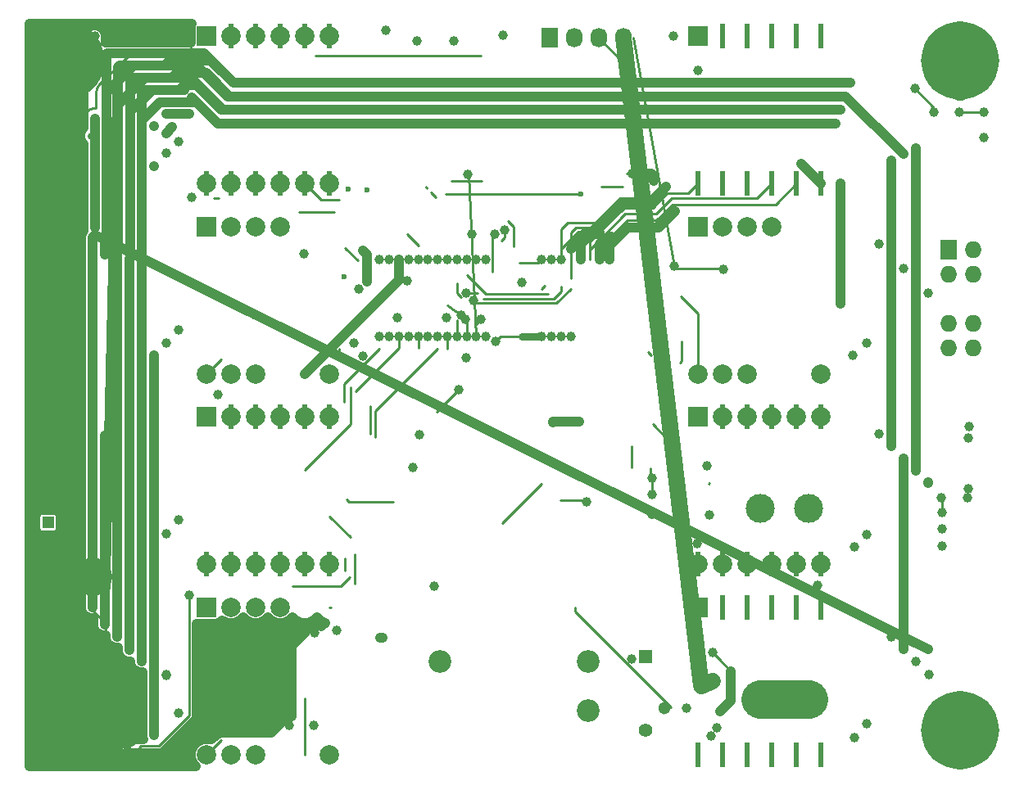
<source format=gbr>
From 0f52be1e7a3083940464a490172118ca44754852 Mon Sep 17 00:00:00 2001
From: jaseg <git@jaseg.net>
Date: Wed, 17 May 2017 11:25:17 +0200
Subject: Release v0.2

---
 hw/chibi/chibi_2024/gerbers/chibi_2024-B.Cu.gbr | 2008 +++++++++++------------
 1 file changed, 936 insertions(+), 1072 deletions(-)

(limited to 'hw/chibi/chibi_2024/gerbers/chibi_2024-B.Cu.gbr')

diff --git a/hw/chibi/chibi_2024/gerbers/chibi_2024-B.Cu.gbr b/hw/chibi/chibi_2024/gerbers/chibi_2024-B.Cu.gbr
index cf6f3e7..656502e 100644
--- a/hw/chibi/chibi_2024/gerbers/chibi_2024-B.Cu.gbr
+++ b/hw/chibi/chibi_2024/gerbers/chibi_2024-B.Cu.gbr
@@ -1,34 +1,33 @@
 G04 #@! TF.FileFunction,Copper,L2,Bot,Signal*
 %FSLAX46Y46*%
 G04 Gerber Fmt 4.6, Leading zero omitted, Abs format (unit mm)*
-G04 Created by KiCad (PCBNEW 4.0.4-1.fc24-product) date Thu May  4 13:36:18 2017*
+G04 Created by KiCad (PCBNEW 4.0.4-1.fc24-product) date Wed May 17 10:11:47 2017*
 %MOMM*%
 %LPD*%
 G01*
 G04 APERTURE LIST*
 %ADD10C,0.100000*%
 %ADD11C,2.349500*%
-%ADD12C,8.600000*%
-%ADD13C,0.700000*%
-%ADD14R,1.727200X1.727200*%
-%ADD15O,1.727200X1.727200*%
-%ADD16R,1.727200X2.032000*%
-%ADD17O,1.727200X2.032000*%
-%ADD18C,1.300000*%
-%ADD19R,1.300000X1.300000*%
-%ADD20R,1.397000X1.397000*%
-%ADD21C,1.397000*%
-%ADD22C,3.000000*%
-%ADD23R,2.032000X2.032000*%
-%ADD24C,2.000000*%
-%ADD25R,0.600000X2.500000*%
+%ADD12R,1.727200X1.727200*%
+%ADD13O,1.727200X1.727200*%
+%ADD14R,1.727200X2.032000*%
+%ADD15O,1.727200X2.032000*%
+%ADD16C,1.300000*%
+%ADD17R,1.300000X1.300000*%
+%ADD18R,1.397000X1.397000*%
+%ADD19C,1.397000*%
+%ADD20C,3.000000*%
+%ADD21C,8.000000*%
+%ADD22R,2.032000X2.032000*%
+%ADD23C,2.000000*%
+%ADD24R,0.600000X2.500000*%
+%ADD25C,1.000000*%
 %ADD26C,0.600000*%
-%ADD27C,1.000000*%
-%ADD28C,0.254000*%
+%ADD27C,0.254000*%
+%ADD28C,1.000000*%
 %ADD29C,0.250000*%
 %ADD30C,0.800000*%
-%ADD31C,1.000000*%
-%ADD32C,4.000000*%
+%ADD31C,4.000000*%
 G04 APERTURE END LIST*
 D10*
 D11*
@@ -41,30 +40,8 @@ X91399360Y-110363000D03*
 X106718100Y-115443000D03*
 X106718100Y-110363000D03*
 D12*
-X145161000Y-117475000D03*
-D13*
-X148386000Y-117475000D03*
-X147441419Y-119755419D03*
-X145161000Y-120700000D03*
-X142880581Y-119755419D03*
-X141936000Y-117475000D03*
-X142880581Y-115194581D03*
-X145161000Y-114250000D03*
-X147441419Y-115194581D03*
-D12*
-X145161000Y-48260000D03*
-D13*
-X148386000Y-48260000D03*
-X147441419Y-50540419D03*
-X145161000Y-51485000D03*
-X142880581Y-50540419D03*
-X141936000Y-48260000D03*
-X142880581Y-45979581D03*
-X145161000Y-45035000D03*
-X147441419Y-45979581D03*
-D14*
 X144018000Y-67818000D03*
-D15*
+D13*
 X146558000Y-67818000D03*
 X144018000Y-70358000D03*
 X146558000Y-70358000D03*
@@ -74,9 +51,9 @@ X144018000Y-75438000D03*
 X146558000Y-75438000D03*
 X144018000Y-77978000D03*
 X146558000Y-77978000D03*
-D16*
+D14*
 X102743000Y-45847000D03*
-D17*
+D15*
 X105283000Y-45847000D03*
 X107823000Y-45847000D03*
 X110363000Y-45847000D03*
@@ -89,38 +66,57 @@ X118400734Y-112898223D01*
 X119601777Y-112400734D01*
 X119601777Y-112400734D01*
 G37*
-D18*
+D16*
 X114630602Y-115163417D03*
-D19*
+D17*
 X50927000Y-96012000D03*
-D18*
+D16*
 X50927000Y-91012000D03*
-D20*
+D18*
 X112649000Y-109855000D03*
-D21*
+D19*
 X112649000Y-117475000D03*
-D22*
+D20*
 X124500000Y-114250000D03*
 X129500000Y-114250000D03*
 X124500000Y-94500000D03*
 X129500000Y-94500000D03*
+D21*
+X145161000Y-117475000D03*
+X145161000Y-48260000D03*
+X52750000Y-48250000D03*
+X52750000Y-117500000D03*
+D22*
+X118110000Y-104775000D03*
 D23*
-X67310000Y-45720000D03*
-D24*
-X69850000Y-45720000D03*
-X72390000Y-45720000D03*
-X74930000Y-45720000D03*
-X77470000Y-45720000D03*
-X80010000Y-45720000D03*
-X74930000Y-60960000D03*
-X77470000Y-60960000D03*
-X67310000Y-60960000D03*
-X69850000Y-60960000D03*
-X80010000Y-60960000D03*
-X72390000Y-60960000D03*
+X120650000Y-104775000D03*
+X123190000Y-104775000D03*
+X125730000Y-104775000D03*
+X128270000Y-104775000D03*
+X130810000Y-104775000D03*
+X125730000Y-120015000D03*
+X128270000Y-120015000D03*
+X118110000Y-120015000D03*
+X120650000Y-120015000D03*
+X130810000Y-120015000D03*
+X123190000Y-120015000D03*
+D22*
+X118110000Y-85090000D03*
 D23*
+X120650000Y-85090000D03*
+X123190000Y-85090000D03*
+X125730000Y-85090000D03*
+X128270000Y-85090000D03*
+X130810000Y-85090000D03*
+X125730000Y-100330000D03*
+X128270000Y-100330000D03*
+X118110000Y-100330000D03*
+X120650000Y-100330000D03*
+X130810000Y-100330000D03*
+X123190000Y-100330000D03*
+D22*
 X118110000Y-65405000D03*
-D24*
+D23*
 X120650000Y-65405000D03*
 X123190000Y-65405000D03*
 X125730000Y-65405000D03*
@@ -132,37 +128,37 @@ X118110000Y-80645000D03*
 X120650000Y-80645000D03*
 X130810000Y-80645000D03*
 X123190000Y-80645000D03*
+D22*
+X118110000Y-45720000D03*
 D23*
-X118110000Y-104775000D03*
-D24*
-X120650000Y-104775000D03*
-X123190000Y-104775000D03*
-X125730000Y-104775000D03*
-X128270000Y-104775000D03*
-X130810000Y-104775000D03*
-X125730000Y-120015000D03*
-X128270000Y-120015000D03*
-X118110000Y-120015000D03*
-X120650000Y-120015000D03*
-X130810000Y-120015000D03*
-X123190000Y-120015000D03*
-D23*
-X67310000Y-85090000D03*
-D24*
-X69850000Y-85090000D03*
-X72390000Y-85090000D03*
-X74930000Y-85090000D03*
-X77470000Y-85090000D03*
-X80010000Y-85090000D03*
-X74930000Y-100330000D03*
-X77470000Y-100330000D03*
-X67310000Y-100330000D03*
-X69850000Y-100330000D03*
-X80010000Y-100330000D03*
-X72390000Y-100330000D03*
+X120650000Y-45720000D03*
+X123190000Y-45720000D03*
+X125730000Y-45720000D03*
+X128270000Y-45720000D03*
+X130810000Y-45720000D03*
+X125730000Y-60960000D03*
+X128270000Y-60960000D03*
+X118110000Y-60960000D03*
+X120650000Y-60960000D03*
+X130810000Y-60960000D03*
+X123190000Y-60960000D03*
+D22*
+X67310000Y-45720000D03*
 D23*
+X69850000Y-45720000D03*
+X72390000Y-45720000D03*
+X74930000Y-45720000D03*
+X77470000Y-45720000D03*
+X80010000Y-45720000D03*
+X74930000Y-60960000D03*
+X77470000Y-60960000D03*
+X67310000Y-60960000D03*
+X69850000Y-60960000D03*
+X80010000Y-60960000D03*
+X72390000Y-60960000D03*
+D22*
 X67310000Y-65405000D03*
-D24*
+D23*
 X69850000Y-65405000D03*
 X72390000Y-65405000D03*
 X74930000Y-65405000D03*
@@ -174,9 +170,23 @@ X67310000Y-80645000D03*
 X69850000Y-80645000D03*
 X80010000Y-80645000D03*
 X72390000Y-80645000D03*
+D22*
+X67310000Y-85090000D03*
 D23*
+X69850000Y-85090000D03*
+X72390000Y-85090000D03*
+X74930000Y-85090000D03*
+X77470000Y-85090000D03*
+X80010000Y-85090000D03*
+X74930000Y-100330000D03*
+X77470000Y-100330000D03*
+X67310000Y-100330000D03*
+X69850000Y-100330000D03*
+X80010000Y-100330000D03*
+X72390000Y-100330000D03*
+D22*
 X67310000Y-104775000D03*
-D24*
+D23*
 X69850000Y-104775000D03*
 X72390000Y-104775000D03*
 X74930000Y-104775000D03*
@@ -188,59 +198,7 @@ X67310000Y-120015000D03*
 X69850000Y-120015000D03*
 X80010000Y-120015000D03*
 X72390000Y-120015000D03*
-D23*
-X118110000Y-85090000D03*
-D24*
-X120650000Y-85090000D03*
-X123190000Y-85090000D03*
-X125730000Y-85090000D03*
-X128270000Y-85090000D03*
-X130810000Y-85090000D03*
-X125730000Y-100330000D03*
-X128270000Y-100330000D03*
-X118110000Y-100330000D03*
-X120650000Y-100330000D03*
-X130810000Y-100330000D03*
-X123190000Y-100330000D03*
-D23*
-X118110000Y-45720000D03*
 D24*
-X120650000Y-45720000D03*
-X123190000Y-45720000D03*
-X125730000Y-45720000D03*
-X128270000Y-45720000D03*
-X130810000Y-45720000D03*
-X125730000Y-60960000D03*
-X128270000Y-60960000D03*
-X118110000Y-60960000D03*
-X120650000Y-60960000D03*
-X130810000Y-60960000D03*
-X123190000Y-60960000D03*
-D25*
-X96178000Y-76771000D03*
-X95178000Y-76771000D03*
-X94178000Y-76771000D03*
-X93178000Y-76771000D03*
-X92178000Y-76771000D03*
-X91178000Y-76771000D03*
-X90178000Y-76771000D03*
-X89178000Y-76771000D03*
-X88178000Y-76771000D03*
-X87178000Y-76771000D03*
-X86178000Y-76771000D03*
-X85178000Y-76771000D03*
-X85178000Y-68771000D03*
-X86178000Y-68771000D03*
-X87178000Y-68771000D03*
-X88178000Y-68771000D03*
-X89178000Y-68771000D03*
-X90178000Y-68771000D03*
-X91178000Y-68771000D03*
-X92178000Y-68771000D03*
-X93178000Y-68771000D03*
-X94178000Y-68771000D03*
-X95178000Y-68771000D03*
-X96178000Y-68771000D03*
 X101942000Y-68771000D03*
 X102942000Y-68771000D03*
 X103942000Y-68771000D03*
@@ -265,21 +223,57 @@ X104942000Y-76771000D03*
 X103942000Y-76771000D03*
 X102942000Y-76771000D03*
 X101942000Y-76771000D03*
+X96178000Y-76771000D03*
+X95178000Y-76771000D03*
+X94178000Y-76771000D03*
+X93178000Y-76771000D03*
+X92178000Y-76771000D03*
+X91178000Y-76771000D03*
+X90178000Y-76771000D03*
+X89178000Y-76771000D03*
+X88178000Y-76771000D03*
+X87178000Y-76771000D03*
+X86178000Y-76771000D03*
+X85178000Y-76771000D03*
+X85178000Y-68771000D03*
+X86178000Y-68771000D03*
+X87178000Y-68771000D03*
+X88178000Y-68771000D03*
+X89178000Y-68771000D03*
+X90178000Y-68771000D03*
+X91178000Y-68771000D03*
+X92178000Y-68771000D03*
+X93178000Y-68771000D03*
+X94178000Y-68771000D03*
+X95178000Y-68771000D03*
+X96178000Y-68771000D03*
+D25*
+X113322100Y-95059500D03*
 D26*
 X81927700Y-61544200D03*
 X105994200Y-62014100D03*
-D27*
-X119634000Y-109474000D03*
+D25*
+X52895000Y-53548000D03*
+X51752000Y-55580000D03*
+X49974000Y-57866000D03*
+X50038000Y-55580000D03*
+X49974000Y-53548000D03*
+X140525000Y-51135000D03*
+X142430000Y-53548000D03*
+X147637000Y-56215000D03*
+X145097000Y-53548000D03*
+X147637000Y-53548000D03*
+X50038000Y-85598000D03*
+X50038000Y-83312000D03*
+X50038000Y-81026000D03*
+X50038000Y-78486000D03*
 X120396000Y-115570000D03*
+X119634000Y-109474000D03*
 X74993500Y-109474000D03*
 X63309500Y-120713500D03*
 X50038000Y-103632000D03*
 X50038000Y-106426000D03*
 X50038000Y-109220000D03*
-X50038000Y-78486000D03*
-X50038000Y-81026000D03*
-X50038000Y-83312000D03*
-X50038000Y-85598000D03*
 X50038000Y-101346000D03*
 X119278400Y-95237300D03*
 X117983000Y-98171000D03*
@@ -287,8 +281,8 @@ X130429000Y-102489000D03*
 X85852000Y-45085000D03*
 X97917000Y-45593000D03*
 X115570000Y-45720000D03*
-X145923000Y-93472000D03*
-X146050000Y-87249000D03*
+X145986000Y-92537000D03*
+X146113000Y-86060000D03*
 X111188500Y-110109000D03*
 X88646000Y-90297000D03*
 X89281000Y-86931500D03*
@@ -299,7 +293,7 @@ X93345000Y-82296000D03*
 X77343000Y-68199000D03*
 D26*
 X81534000Y-70548500D03*
-D27*
+D25*
 X65786000Y-62357000D03*
 X68453000Y-82804000D03*
 X72390000Y-74549000D03*
@@ -316,8 +310,6 @@ X143332200Y-98463100D03*
 X143332200Y-96672400D03*
 X143243300Y-93408500D03*
 X143306800Y-94970600D03*
-X113322100Y-95059500D03*
-X113360200Y-93129100D03*
 X113385600Y-91414600D03*
 X119024400Y-90119200D03*
 X106603800Y-93878400D03*
@@ -355,7 +347,7 @@ X85242400Y-107899200D03*
 X90805000Y-102565200D03*
 X83489800Y-67894200D03*
 X83058000Y-71856600D03*
-D27*
+D25*
 X120700800Y-69773800D03*
 X97205800Y-77241400D03*
 X115646200Y-69469000D03*
@@ -375,25 +367,24 @@ X119430800Y-118110000D03*
 X116865400Y-115163600D03*
 X120015000Y-117221000D03*
 X115697000Y-63792100D03*
-D27*
-X55372000Y-56007000D03*
+D25*
+X55498500Y-101554000D03*
+X55750000Y-54250000D03*
 X141859000Y-91948000D03*
 X141859000Y-72263000D03*
 X141986000Y-111760000D03*
 X118110000Y-49276000D03*
-X55499000Y-104775000D03*
 X55499000Y-85090000D03*
 X55753000Y-65532000D03*
-X55753000Y-45720000D03*
-X56953002Y-51562000D03*
+X56768500Y-104729000D03*
+X63000000Y-48750000D03*
 X56769000Y-86995000D03*
 X56953002Y-63627000D03*
-X57023000Y-47498000D03*
 X140589000Y-90678000D03*
 X140589000Y-70993000D03*
 X140589000Y-110363000D03*
 X120650000Y-50546000D03*
-X56769000Y-106553000D03*
+X63750000Y-50000000D03*
 X58039000Y-88265000D03*
 X58166000Y-67310000D03*
 X139319000Y-89408000D03*
@@ -401,31 +392,30 @@ X139319000Y-69723000D03*
 X139319000Y-109093000D03*
 X123190000Y-51943000D03*
 X58039000Y-107823000D03*
-X58293000Y-48768000D03*
+X59308500Y-73487000D03*
+X64500000Y-51250000D03*
 X59309000Y-89535000D03*
-X59309000Y-76454000D03*
 X138049000Y-88138000D03*
 X138049000Y-68453000D03*
 X138049000Y-107823000D03*
 X125730000Y-53340000D03*
-X59436000Y-50038000D03*
 X59309000Y-109220000D03*
 X59436000Y-68580000D03*
+X65750000Y-52000000D03*
 X136779000Y-86868000D03*
 X136779000Y-67183000D03*
 X136779000Y-106553000D03*
 X128270000Y-54737000D03*
 X60579000Y-110363000D03*
 X60579000Y-90805000D03*
-X60636002Y-51308000D03*
 X60579000Y-69780002D03*
 D26*
 X83858100Y-61633100D03*
-D27*
+D25*
+X61848500Y-80726000D03*
 X61849000Y-98552000D03*
 X61849000Y-117983000D03*
 X61849000Y-59182000D03*
-X61849000Y-78740000D03*
 X135509000Y-97282000D03*
 X135509000Y-77470000D03*
 X135509000Y-116840000D03*
@@ -434,10 +424,10 @@ X64389000Y-115697000D03*
 X64389000Y-95758000D03*
 X64389000Y-76073000D03*
 X64389000Y-56584998D03*
+X63100000Y-111800000D03*
 X63119000Y-97155000D03*
 X63119000Y-57785000D03*
 X63119000Y-77470000D03*
-X63119000Y-111760000D03*
 X134239000Y-98552000D03*
 X134112000Y-78740000D03*
 X134239000Y-118237000D03*
@@ -448,7 +438,7 @@ X78486000Y-107442000D03*
 X80772000Y-107188000D03*
 X75819000Y-116967000D03*
 X78359000Y-116967000D03*
-X59055000Y-119126000D03*
+X59816500Y-119842000D03*
 X82524600Y-77470000D03*
 X65532000Y-103505000D03*
 X83439000Y-78816200D03*
@@ -470,21 +460,25 @@ X97104200Y-66167000D03*
 X94742000Y-66167000D03*
 X99898200Y-71183500D03*
 X98107500Y-65760600D03*
+X94043000Y-75011000D03*
 X112598200Y-60629800D03*
-X93624400Y-74574400D03*
 X94132400Y-72263000D03*
 X86995000Y-74803000D03*
 X94157800Y-78994000D03*
 X113487200Y-60629800D03*
 X94335600Y-59969400D03*
 X95656400Y-75006200D03*
+X114757200Y-61290200D03*
 X94869000Y-73025000D03*
 X92100400Y-74777600D03*
-X114757200Y-61290200D03*
 X89027000Y-46151800D03*
 X92862400Y-46202600D03*
 X88011000Y-70993000D03*
-D28*
+D27*
+X113347500Y-95084900D02*
+X113347500Y-95097600D01*
+X113322100Y-95059500D02*
+X113347500Y-95084900D01*
 X90487500Y-61836300D02*
 X90970100Y-62318900D01*
 X90970100Y-62318900D02*
@@ -503,31 +497,54 @@ X90055700Y-61404500D02*
 X89941400Y-61290200D01*
 X105994200Y-62014100D02*
 X92011500Y-62014100D01*
+X49974000Y-57358000D02*
+X51752000Y-55580000D01*
+X49974000Y-57866000D02*
+X49974000Y-57358000D01*
+X49974000Y-55516000D02*
+X50038000Y-55580000D01*
+X49974000Y-53548000D02*
+X49974000Y-55516000D01*
+X145161000Y-48260000D02*
+X143083000Y-46182000D01*
+X142430000Y-53167000D02*
+X140525000Y-51135000D01*
+X142430000Y-53548000D02*
+X142430000Y-53167000D01*
+X147637000Y-53548000D02*
+X145097000Y-53548000D01*
+D28*
+X50038000Y-50962000D02*
+X50038000Y-78486000D01*
+D27*
+X50038000Y-83312000D02*
+X50038000Y-81026000D01*
+D28*
+X50038000Y-50962000D02*
+X52750000Y-48250000D01*
 D29*
 X50038000Y-85598000D02*
 X50927000Y-86487000D01*
 X50927000Y-86487000D02*
 X50927000Y-91012000D01*
-X120250000Y-110090000D02*
-X121500000Y-111340000D01*
-D28*
+X121500000Y-114466000D02*
+X120396000Y-115570000D01*
+X121500000Y-111340000D02*
+X121500000Y-114466000D01*
+D27*
 X120250000Y-110090000D02*
 X119634000Y-109474000D01*
 D29*
-X121500000Y-111340000D02*
-X121500000Y-114466000D01*
-X121500000Y-114466000D02*
-X120396000Y-115570000D01*
+X120250000Y-110090000D02*
+X121500000Y-111340000D01*
 D30*
-X74993500Y-109474000D02*
-X74549000Y-109474000D01*
 X63309500Y-120713500D02*
 X74549000Y-109474000D01*
-D28*
+X74993500Y-109474000D02*
+X74549000Y-109474000D01*
+D27*
 X50038000Y-103632000D02*
 X50038000Y-106426000D01*
-X50038000Y-83312000D02*
-X50038000Y-81026000D01*
 X49022000Y-86614000D02*
 X50038000Y-85598000D01*
 X49022000Y-100330000D02*
@@ -585,7 +602,7 @@ X106603800Y-93662500D02*
 X103822500Y-93662500D01*
 X101917500Y-92011500D02*
 X97853500Y-96075500D01*
-D28*
+D27*
 X93345000Y-82296000D02*
 X91059000Y-84582000D01*
 X93726000Y-82677000D02*
@@ -667,7 +684,7 @@ X78549500Y-47675800D02*
 X88112600Y-47675800D01*
 X113157000Y-90360500D02*
 X113157000Y-91186000D01*
-D28*
+D27*
 X119240300Y-91922600D02*
 X119202200Y-91960700D01*
 X119202200Y-91960700D02*
@@ -679,11 +696,7 @@ X143306800Y-93472000D02*
 X143243300Y-93408500D01*
 X143306800Y-94970600D02*
 X143306800Y-93472000D01*
-D28*
-X113347500Y-95084900D02*
-X113347500Y-95097600D01*
-X113322100Y-95059500D02*
-X113347500Y-95084900D01*
+D27*
 X113360200Y-91440000D02*
 X113360200Y-93129100D01*
 X113385600Y-91414600D02*
@@ -725,7 +738,7 @@ X99593400Y-69113400D02*
 X101599600Y-69113400D01*
 X101599600Y-69113400D02*
 X101942000Y-68771000D01*
-D28*
+D27*
 X88112600Y-47675800D02*
 X95656400Y-47675800D01*
 X116255800Y-79451200D02*
@@ -749,7 +762,7 @@ X115290600Y-115109000D02*
 X105359200Y-105177600D01*
 X105359200Y-105177600D02*
 X105359200Y-104749600D01*
-D28*
+D27*
 X81000600Y-78384400D02*
 X81000600Y-78003400D01*
 X85775800Y-73228200D02*
@@ -769,7 +782,7 @@ X86563200Y-93853000D02*
 X81991200Y-93853000D01*
 X81991200Y-93853000D02*
 X81762600Y-93624400D01*
-D28*
+D27*
 X110083600Y-48107600D02*
 X107823000Y-45847000D01*
 X113538000Y-48107600D02*
@@ -832,7 +845,7 @@ X116408200Y-79298800D02*
 X116255800Y-79451200D01*
 X116408200Y-77241400D02*
 X116408200Y-79298800D01*
-D31*
+D28*
 X85471000Y-107899200D02*
 X85242400Y-107899200D01*
 X90805000Y-102565200D02*
@@ -844,7 +857,7 @@ X83870800Y-68275200D02*
 X83870800Y-71043800D01*
 X83489800Y-67894200D02*
 X83870800Y-68275200D01*
-D28*
+D27*
 X120650000Y-69723000D02*
 X117170200Y-69723000D01*
 X120700800Y-69773800D02*
@@ -854,7 +867,7 @@ X99898200Y-76771000D02*
 X97676200Y-76771000D01*
 X97676200Y-76771000D02*
 X97205800Y-77241400D01*
-D28*
+D27*
 X115900200Y-69723000D02*
 X117170200Y-69723000D01*
 X115646200Y-69469000D02*
@@ -866,12 +879,12 @@ X111404400Y-45847000D01*
 D30*
 X101942000Y-76771000D02*
 X99898200Y-76771000D01*
-D31*
+D28*
 X103073200Y-85623400D02*
 X103124000Y-85572600D01*
 X103124000Y-85572600D02*
 X105816400Y-85572600D01*
-D28*
+D27*
 X108077000Y-61239400D02*
 X110299500Y-61239400D01*
 X110299500Y-61239400D02*
@@ -1089,7 +1102,7 @@ X112942000Y-78398000D02*
 X113284000Y-78740000D01*
 X115900200Y-88341200D02*
 X113411000Y-85852000D01*
-D28*
+D27*
 X112942000Y-68771000D02*
 X112942000Y-70244600D01*
 X125577600Y-70637400D02*
@@ -1147,70 +1160,111 @@ X116332000Y-72644000D02*
 X118110000Y-74422000D01*
 X118110000Y-74422000D02*
 X118110000Y-80645000D01*
-D28*
-X114033300Y-65455800D02*
-X111201200Y-65455800D01*
+X110807000Y-65486000D02*
+X113855000Y-65486000D01*
+X113855000Y-65486000D02*
+X114236000Y-65105000D01*
+X109219500Y-67073500D02*
+X110807000Y-65486000D01*
+X108942000Y-67351000D02*
+X108942000Y-68771000D01*
+X109219500Y-67073500D02*
+X108942000Y-67351000D01*
 X115697000Y-63792100D02*
-X114033300Y-65455800D01*
+X115548900Y-63792100D01*
+X115548900Y-63792100D02*
+X114236000Y-65105000D01*
+D27*
 X108942000Y-68771000D02*
 X108942000Y-67715000D01*
-X108942000Y-67715000D02*
-X111201200Y-65455800D01*
+D29*
+X106942000Y-68771000D02*
+X106942000Y-66938000D01*
+X107378000Y-66502000D02*
+X108173800Y-66502000D01*
+X106942000Y-66938000D02*
+X107378000Y-66502000D01*
+D27*
 X110591600Y-64084200D02*
 X113751006Y-64084200D01*
+D29*
+X115351206Y-62484000D02*
+X124206000Y-62484000D01*
+X124206000Y-62484000D02*
+X125730000Y-60960000D01*
+D27*
+X110591600Y-64084200D02*
+X108173800Y-66502000D01*
 X113751006Y-64084200D02*
 X115351206Y-62484000D01*
-X110591600Y-64084200D02*
-X106942000Y-67733800D01*
 X106942000Y-67733800D02*
 X106942000Y-68771000D01*
 D29*
-X124206000Y-62484000D02*
-X125730000Y-60960000D01*
-X115351206Y-62484000D02*
-X124206000Y-62484000D01*
-D28*
+X107942000Y-67208000D02*
+X107942000Y-68771000D01*
+X108140000Y-67010000D02*
+X107942000Y-67208000D01*
+X108267000Y-67010000D02*
+X108140000Y-67010000D01*
+X108529400Y-67010000D02*
+X108267000Y-67010000D01*
+X109096700Y-66442700D02*
+X108529400Y-67010000D01*
+D27*
+X109096700Y-66442700D02*
+X110769400Y-64770000D01*
 X110769400Y-64770000D02*
 X113792000Y-64770000D01*
 X113792000Y-64770000D02*
 X115443000Y-63119000D01*
 X107942000Y-68771000D02*
 X107942000Y-67597400D01*
-X107942000Y-67597400D02*
-X110769400Y-64770000D01*
 D29*
 X128270000Y-60960000D02*
 X126111000Y-63119000D01*
 X126111000Y-63119000D02*
 X115443000Y-63119000D01*
-D28*
+X105942000Y-67264000D02*
+X105942000Y-66541000D01*
+X106489000Y-65994000D02*
+X107919800Y-65994000D01*
+X105942000Y-66541000D02*
+X106489000Y-65994000D01*
+X105942000Y-68771000D02*
+X105942000Y-67264000D01*
+D27*
 X110972600Y-63474600D02*
 X110439200Y-63474600D01*
-X107035600Y-66878200D02*
-X106705400Y-66878200D01*
 X110439200Y-63474600D02*
-X107035600Y-66878200D01*
+X107919800Y-65994000D01*
 X110972600Y-63474600D02*
 X113411000Y-63474600D01*
 X113411000Y-63474600D02*
 X114909600Y-61976000D01*
-X105942000Y-68771000D02*
-X105942000Y-67641600D01*
-X105942000Y-67641600D02*
-X106705400Y-66878200D01*
 D29*
 X118110000Y-60960000D02*
 X117094000Y-61976000D01*
 X117094000Y-61976000D02*
 X114909600Y-61976000D01*
+D27*
+X105942000Y-68771000D02*
+X105942000Y-67641600D01*
 D30*
-X55372000Y-56007000D02*
-X55753000Y-56007000D01*
-X55753000Y-56007000D02*
-X55372000Y-56007000D01*
-X55372000Y-56007000D02*
-X55753000Y-56007000D01*
-D31*
+X55498500Y-101554000D02*
+X55499000Y-101554000D01*
+X55499000Y-101554000D02*
+X55498500Y-101554000D01*
+X55498500Y-101554000D02*
+X55499000Y-101554000D01*
+D28*
+X55750000Y-54250000D02*
+X55753000Y-54250000D01*
+X55750000Y-57500000D02*
+X55753000Y-57500000D01*
+X55753000Y-57500000D02*
+X55750000Y-57500000D01*
+X55750000Y-57500000D02*
+X55753000Y-57500000D01*
 X141859000Y-91948000D02*
 X141859000Y-91821000D01*
 X141859000Y-109093000D02*
@@ -1240,15 +1294,41 @@ X55753000Y-66294000D01*
 X55499000Y-66548000D02*
 X55499000Y-85090000D01*
 X55499000Y-85090000D02*
-X55499000Y-104775000D01*
+X55499000Y-101554000D01*
 X55753000Y-66294000D02*
 X55499000Y-66548000D01*
-X55753000Y-45720000D02*
+X55753000Y-54250000D02*
 X55753000Y-54864000D01*
 X55753000Y-54864000D02*
 X55753000Y-56007000D01*
 X55753000Y-56007000D02*
+X55753000Y-57500000D01*
+X55753000Y-57500000D02*
 X55753000Y-65532000D01*
+X56768500Y-104729000D02*
+X56769000Y-104729000D01*
+X56769000Y-104729000D02*
+X56768500Y-104729000D01*
+X56768500Y-104729000D02*
+X56769000Y-104729000D01*
+X67750000Y-48250000D02*
+X63500000Y-48250000D01*
+X63500000Y-48250000D02*
+X63000000Y-48750000D01*
+X72000000Y-50546000D02*
+X70046000Y-50546000D01*
+X70046000Y-50546000D02*
+X67750000Y-48250000D01*
+X56953002Y-51562000D02*
+X59765002Y-48750000D01*
+X56953002Y-51562000D02*
+X56953002Y-53000000D01*
+X56953002Y-53000000D02*
+X56953002Y-63627000D01*
+X59765002Y-48750000D02*
+X63000000Y-48750000D01*
+X120650000Y-50546000D02*
+X72000000Y-50546000D01*
 X56953002Y-63627000D02*
 X56953002Y-66871998D01*
 X56769000Y-68326000D02*
@@ -1257,12 +1337,6 @@ X56769000Y-67056000D02*
 X56769000Y-68326000D01*
 X56953002Y-66871998D02*
 X56769000Y-67056000D01*
-X56953002Y-47567998D02*
-X56953002Y-51562000D01*
-X56953002Y-51562000D02*
-X56953002Y-63627000D01*
-X57023000Y-47498000D02*
-X56953002Y-47567998D01*
 X133858000Y-50546000D02*
 X120650000Y-50546000D01*
 X140589000Y-57277000D02*
@@ -1273,20 +1347,28 @@ X140589000Y-90678000D02*
 X140589000Y-70993000D01*
 X140589000Y-70993000D02*
 X140589000Y-57277000D01*
-X57023000Y-47498000D02*
-X67056000Y-47498000D01*
-X120650000Y-50546000D02*
-X70104000Y-50546000D01*
-X67056000Y-47498000D02*
-X70104000Y-50546000D01*
 X56769000Y-86995000D02*
-X56769000Y-106553000D01*
-X58293000Y-48768000D02*
-X58166000Y-48895000D01*
+X56769000Y-104729000D01*
 X58166000Y-67310000D02*
-X58166000Y-64135000D01*
+X58039000Y-67437000D01*
+X58039000Y-67437000D02*
+X58039000Y-88265000D01*
+X67250000Y-49500000D02*
+X64250000Y-49500000D01*
+X64250000Y-49500000D02*
+X63750000Y-50000000D01*
+X123190000Y-51943000D02*
+X69693000Y-51943000D01*
+X69693000Y-51943000D02*
+X67250000Y-49500000D01*
+X60916000Y-50000000D02*
+X58166000Y-52750000D01*
 X58166000Y-64135000D02*
-X58166000Y-48895000D01*
+X58166000Y-52750000D01*
+X58166000Y-67310000D02*
+X58166000Y-64135000D01*
+X63750000Y-50000000D02*
+X60916000Y-50000000D01*
 X133350000Y-51943000D02*
 X139319000Y-57912000D01*
 X139319000Y-57912000D02*
@@ -1297,22 +1379,36 @@ X139319000Y-89408000D02*
 X139319000Y-109093000D01*
 X123190000Y-51943000D02*
 X133350000Y-51943000D01*
-X69469000Y-51943000D02*
-X123190000Y-51943000D01*
-X66294000Y-48768000D02*
-X69469000Y-51943000D01*
 X58039000Y-88265000D02*
 X58039000Y-107823000D01*
-X61849000Y-48768000D02*
-X66294000Y-48768000D01*
-X58293000Y-48768000D02*
-X61849000Y-48768000D01*
-X58166000Y-67310000D02*
-X58039000Y-67437000D01*
-X58039000Y-67437000D02*
-X58039000Y-88265000D01*
-X59309000Y-76454000D02*
-X59309000Y-89535000D01*
+X59436000Y-68580000D02*
+X59308500Y-68707500D01*
+X59308500Y-68707500D02*
+X59308500Y-73487000D01*
+X59309000Y-74376000D02*
+X59309000Y-76454000D01*
+X59308500Y-73487000D02*
+X59309000Y-73487000D01*
+X59309000Y-73487000D02*
+X59309000Y-73169500D01*
+X59309000Y-89535000D02*
+X59309000Y-76454000D01*
+X59309000Y-73169500D02*
+X59309000Y-74376000D01*
+X66250000Y-50750000D02*
+X65000000Y-50750000D01*
+X65000000Y-50750000D02*
+X64500000Y-51250000D01*
+X125730000Y-53340000D02*
+X68840000Y-53340000D01*
+X68840000Y-53340000D02*
+X66250000Y-50750000D01*
+X61686000Y-51250000D02*
+X59436000Y-53500000D01*
+X59436000Y-53500000D02*
+X59436000Y-68580000D01*
+X64500000Y-51250000D02*
+X61686000Y-51250000D01*
 X132842000Y-53340000D02*
 X125730000Y-53340000D01*
 X138049000Y-58547000D02*
@@ -1323,22 +1419,26 @@ X138049000Y-88138000D02*
 X138049000Y-68453000D01*
 X138049000Y-68453000D02*
 X138049000Y-58547000D01*
-X117856000Y-53340000D02*
-X68961000Y-53340000D01*
-X125730000Y-53340000D02*
-X117856000Y-53340000D01*
-X65659000Y-50038000D02*
-X59436000Y-50038000D01*
-X68961000Y-53340000D02*
-X65659000Y-50038000D01*
-X59436000Y-68580000D02*
-X59309000Y-68707000D01*
-X59436000Y-50038000D02*
-X59436000Y-68580000D01*
 X59309000Y-89535000D02*
 X59309000Y-109220000D01*
-X59309000Y-68707000D02*
-X59309000Y-76454000D01*
+X60750000Y-54250000D02*
+X62479002Y-52520998D01*
+X66236998Y-52520998D02*
+X66216000Y-52500000D01*
+X62479002Y-52520998D02*
+X66236998Y-52520998D01*
+D30*
+X66858000Y-53142000D02*
+X66216000Y-52500000D01*
+X60750000Y-54250000D02*
+X60636002Y-54363998D01*
+X65750000Y-52000000D02*
+X65733000Y-52017000D01*
+X65733000Y-52017000D02*
+X65750000Y-52000000D01*
+X65750000Y-52000000D02*
+X65750000Y-52034000D01*
+D28*
 X132334000Y-54737000D02*
 X128270000Y-54737000D01*
 X136779000Y-59182000D02*
@@ -1353,23 +1453,23 @@ X128270000Y-54737000D02*
 X128016000Y-54737000D01*
 X128016000Y-54737000D02*
 X125730000Y-54737000D01*
-X60636002Y-51308000D02*
-X65024000Y-51308000D01*
 X68453000Y-54737000D02*
 X125730000Y-54737000D01*
 X125730000Y-54737000D02*
 X128016000Y-54737000D01*
-X65024000Y-51308000D02*
+X65750000Y-52034000D02*
+X66858000Y-53142000D01*
+X66858000Y-53142000D02*
 X68453000Y-54737000D01*
 X60579000Y-90805000D02*
 X60579000Y-110363000D01*
 X60579000Y-69780002D02*
 X60579000Y-90805000D01*
 X60636002Y-69723000D02*
-X60636002Y-51308000D01*
+X60636002Y-54363998D01*
 X60579000Y-69780002D02*
 X60636002Y-69723000D01*
-D28*
+D27*
 X83858100Y-61633100D02*
 X83794600Y-61633100D01*
 X83794600Y-61633100D02*
@@ -1417,7 +1517,7 @@ X79121000Y-62611000D02*
 X77470000Y-60960000D01*
 X81026000Y-62611000D02*
 X79121000Y-62611000D01*
-D28*
+D27*
 X68580000Y-62484000D02*
 X68072000Y-62484000D01*
 X68072000Y-62484000D02*
@@ -1441,7 +1541,13 @@ X89178000Y-67334000D02*
 X88011000Y-66167000D01*
 X76835000Y-63881000D02*
 X80518000Y-63881000D01*
-D31*
+D28*
+X61848500Y-80726000D02*
+X61849000Y-80726000D01*
+X61849000Y-80726000D02*
+X61848500Y-80726000D01*
+X61848500Y-80726000D02*
+X61849000Y-80726000D01*
 X61836004Y-59182000D02*
 X61849000Y-59182000D01*
 X61836004Y-55003996D02*
@@ -1451,6 +1557,8 @@ X61836004Y-55003996D01*
 X65532000Y-53721000D02*
 X63119000Y-53721000D01*
 X61849000Y-78740000D02*
+X61849000Y-80726000D01*
+X61849000Y-80726000D02*
 X61849000Y-98552000D01*
 X61849000Y-98552000D02*
 X61849000Y-117983000D01*
@@ -1518,6 +1626,12 @@ X132842000Y-60960000D02*
 X132842000Y-73406000D01*
 X128778000Y-58928000D02*
 X130810000Y-60960000D01*
+D30*
+X63100000Y-111779000D02*
+X63119000Y-111760000D01*
+X63100000Y-111800000D02*
+X63100000Y-111779000D01*
+D28*
 X63119000Y-55753000D02*
 X63754000Y-55118000D01*
 X63119000Y-57785000D02*
@@ -1583,7 +1697,7 @@ X87178000Y-68771000D02*
 X87178000Y-70937000D01*
 X87178000Y-70937000D02*
 X77470000Y-80645000D01*
-D28*
+D27*
 X67310000Y-80645000D02*
 X68834000Y-79121000D01*
 X75692000Y-79121000D02*
@@ -1605,7 +1719,7 @@ X85178000Y-78017000D02*
 X81534000Y-81661000D01*
 X81534000Y-81661000D02*
 X81534000Y-83566000D01*
-D28*
+D27*
 X81622900Y-101003100D02*
 X81622900Y-99733100D01*
 X77924002Y-90858998D02*
@@ -1627,7 +1741,7 @@ X82677000Y-82423000D02*
 X87178000Y-77922000D01*
 X87178000Y-77922000D02*
 X87178000Y-76771000D01*
-D28*
+D27*
 X82169000Y-85852000D02*
 X77470000Y-90551000D01*
 X77470000Y-90551000D02*
@@ -1643,7 +1757,7 @@ X82169000Y-82042000D02*
 X82169000Y-82804000D01*
 X82169000Y-82804000D02*
 X82169000Y-85852000D01*
-D28*
+D27*
 X76327000Y-102616000D02*
 X76200000Y-102616000D01*
 X75438000Y-101854000D02*
@@ -1673,7 +1787,7 @@ X81153000Y-102616000D02*
 X76327000Y-102616000D01*
 X82092800Y-101676200D02*
 X81153000Y-102616000D01*
-D28*
+D27*
 X82600800Y-102311200D02*
 X82600800Y-99237800D01*
 X83718400Y-86233000D02*
@@ -1701,7 +1815,7 @@ X89178000Y-76771000D02*
 X89178000Y-77954000D01*
 X80137000Y-104775000D02*
 X80010000Y-104775000D01*
-D28*
+D27*
 X82176056Y-97528944D02*
 X79984600Y-95337488D01*
 X79984600Y-91897200D02*
@@ -1739,7 +1853,7 @@ X91178000Y-77986000D02*
 X84709000Y-84455000D01*
 X84709000Y-84455000D02*
 X84709000Y-87172800D01*
-D28*
+D27*
 X84201000Y-86334600D02*
 X84201000Y-86791800D01*
 X82550000Y-104343200D02*
@@ -1769,7 +1883,7 @@ X84201000Y-83947000D02*
 X84201000Y-86334600D01*
 X77470000Y-114173000D02*
 X77470000Y-120015000D01*
-D28*
+D27*
 X67310000Y-120015000D02*
 X68834000Y-118491000D01*
 X74295000Y-118491000D02*
@@ -1801,13 +1915,17 @@ X92178000Y-76771000D02*
 X92178000Y-78002000D01*
 X67310000Y-119507000D02*
 X67310000Y-120015000D01*
-X59055000Y-119126000D02*
+D27*
+X60532500Y-119126000D02*
 X62357000Y-119126000D01*
+X59816500Y-119842000D02*
+X60532500Y-119126000D01*
+D29*
 X62357000Y-119126000D02*
 X65532000Y-115951000D01*
 X65532000Y-115951000D02*
 X65532000Y-114935000D01*
-D28*
+D27*
 X83439000Y-78816200D02*
 X83439000Y-78384400D01*
 X83439000Y-78384400D02*
@@ -1819,7 +1937,7 @@ X65532000Y-103505000D02*
 X65532000Y-114935000D01*
 X65532000Y-114935000D02*
 X65532000Y-115316000D01*
-D28*
+D27*
 X82956400Y-68910200D02*
 X81635600Y-67589400D01*
 X81635600Y-67589400D02*
@@ -1839,7 +1957,7 @@ X99060000Y-65430400D02*
 X98412300Y-64782700D01*
 X99060000Y-67398900D02*
 X99060000Y-65430400D01*
-D28*
+D27*
 X95707200Y-60655200D02*
 X92608400Y-60655200D01*
 X92608400Y-60655200D02*
@@ -1879,7 +1997,7 @@ X93178000Y-71221600D02*
 X93178000Y-72223000D01*
 X93178000Y-72223000D02*
 X93624400Y-72669400D01*
-D28*
+D27*
 X111232950Y-88068150D02*
 X111232950Y-90303350D01*
 X111232950Y-88068150D02*
@@ -1939,7 +2057,7 @@ X102235000Y-71533598D02*
 X101911998Y-71856600D01*
 X96812100Y-68211700D02*
 X96812100Y-66459100D01*
-D28*
+D27*
 X96812100Y-70104000D02*
 X96812100Y-68211700D01*
 D29*
@@ -1965,6 +2083,22 @@ X97739200Y-66878200D02*
 X98107500Y-66509900D01*
 X98107500Y-66509900D02*
 X98107500Y-65760600D01*
+D27*
+X94043000Y-75011000D02*
+X94052000Y-75002000D01*
+X94052000Y-75002000D02*
+X94043000Y-75011000D01*
+X94043000Y-75011000D02*
+X94043000Y-74993000D01*
+D29*
+X103942000Y-66629000D02*
+X103942000Y-65620000D01*
+X104584000Y-64978000D02*
+X107513400Y-64978000D01*
+X103942000Y-65620000D02*
+X104584000Y-64978000D01*
+X103942000Y-68771000D02*
+X103942000Y-66629000D01*
 X103942000Y-71615300D02*
 X103942000Y-72087198D01*
 X95910400Y-72821800D02*
@@ -1973,23 +2107,19 @@ X103207398Y-72821800D02*
 X95910400Y-72821800D01*
 X103942000Y-72087198D02*
 X103207398Y-72821800D01*
-D28*
+D27*
 X110845600Y-62458600D02*
 X110032800Y-62458600D01*
-X106578400Y-65913000D02*
-X105689400Y-65913000D01*
-X110032800Y-62458600D02*
-X106578400Y-65913000D01*
-X112598200Y-61925200D02*
-X112598200Y-60629800D01*
-X112064800Y-62458600D02*
-X112598200Y-61925200D01*
 X110845600Y-62458600D02*
 X112064800Y-62458600D01*
+X112064800Y-62458600D02*
+X112598200Y-61925200D01*
+X112598200Y-61925200D02*
+X112598200Y-60629800D01*
+X110032800Y-62458600D02*
+X107513400Y-64978000D01*
 X103942000Y-68771000D02*
 X103942000Y-67660400D01*
-X103942000Y-67660400D02*
-X105689400Y-65913000D01*
 X95351600Y-72263000D02*
 X94132400Y-72263000D01*
 X93624400Y-74574400D02*
@@ -1999,6 +2129,8 @@ X92151200Y-73507600D01*
 X94178000Y-76771000D02*
 X94178000Y-75128000D01*
 X94178000Y-75128000D02*
+X94043000Y-74993000D01*
+X94043000Y-74993000D02*
 X93624400Y-74574400D01*
 D29*
 X88290400Y-73507600D02*
@@ -2013,11 +2145,15 @@ X94157800Y-76791200D02*
 X94178000Y-76771000D01*
 X94107000Y-76700000D02*
 X94178000Y-76771000D01*
-D28*
-X111277400Y-59944000D02*
-X112801400Y-59944000D01*
 X112801400Y-59944000D02*
+X113266000Y-59944000D01*
+X113487200Y-60165200D02*
 X113487200Y-60629800D01*
+X113266000Y-59944000D02*
+X113487200Y-60165200D01*
+D27*
+X111277400Y-59944000D02*
+X112801400Y-59944000D01*
 X111277400Y-59944000D02*
 X110693200Y-59944000D01*
 X95178000Y-76771000D02*
@@ -2029,6 +2165,26 @@ X94361000Y-59944000D01*
 X95178000Y-75484600D02*
 X95656400Y-75006200D01*
 D29*
+X104942000Y-66629000D02*
+X104942000Y-66017000D01*
+X105473000Y-65486000D02*
+X107716600Y-65486000D01*
+X104942000Y-66017000D02*
+X105473000Y-65486000D01*
+X104942000Y-67391000D02*
+X104942000Y-66629000D01*
+X104942000Y-68771000D02*
+X104942000Y-67391000D01*
+D27*
+X110591600Y-62966600D02*
+X110236000Y-62966600D01*
+X110236000Y-62966600D02*
+X107716600Y-65486000D01*
+X114757200Y-61290200D02*
+X113080800Y-62966600D01*
+X113080800Y-62966600D02*
+X110591600Y-62966600D01*
+D29*
 X103454200Y-73291700D02*
 X104940100Y-71805800D01*
 X104940100Y-70713600D02*
@@ -2039,19 +2195,7 @@ X94869000Y-73025000D02*
 X95135700Y-73291700D01*
 X95135700Y-73291700D02*
 X103454200Y-73291700D01*
-D28*
-X110591600Y-62966600D02*
-X110236000Y-62966600D01*
-X106807000Y-66395600D02*
-X106273600Y-66395600D01*
-X110236000Y-62966600D02*
-X106807000Y-66395600D01*
-X114757200Y-61290200D02*
-X113080800Y-62966600D01*
-X113080800Y-62966600D02*
-X110591600Y-62966600D01*
-X106273600Y-66395600D02*
-X104942000Y-67727200D01*
+D27*
 X104942000Y-67727200D02*
 X104942000Y-68771000D01*
 X104942000Y-67574800D02*
@@ -2059,7 +2203,7 @@ X104942000Y-68771000D01*
 D29*
 X104942000Y-70713600D02*
 X104942000Y-68771000D01*
-D28*
+D27*
 X93178000Y-76771000D02*
 X93178000Y-75042400D01*
 X92913200Y-74777600D02*
@@ -2097,423 +2241,10 @@ X96126300Y-72339200D02*
 X102603300Y-72339200D01*
 X94178000Y-70390900D02*
 X96126300Y-72339200D01*
-D32*
+D31*
 X129500000Y-114250000D02*
 X124500000Y-114250000D01*
-D28*
-G36*
-X65697569Y-44452110D02*
-X65646560Y-44704000D01*
-X65646560Y-46363000D01*
-X57023990Y-46363000D01*
-X56888000Y-46362881D01*
-X56888000Y-45720991D01*
-X56888197Y-45495225D01*
-X56715767Y-45077914D01*
-X56396765Y-44758355D01*
-X55979756Y-44585197D01*
-X55528225Y-44584803D01*
-X55110914Y-44757233D01*
-X54791355Y-45076235D01*
-X54618197Y-45493244D01*
-X54617803Y-45944775D01*
-X54618000Y-45945252D01*
-X54618000Y-47303123D01*
-X54362384Y-46684485D01*
-X53579635Y-45900369D01*
-X52556401Y-45475485D01*
-X51448460Y-45474518D01*
-X50424485Y-45897616D01*
-X49640369Y-46680365D01*
-X49215485Y-47703599D01*
-X49214518Y-48811540D01*
-X49637616Y-49835515D01*
-X50420365Y-50619631D01*
-X51443599Y-51044515D01*
-X52551540Y-51045482D01*
-X53575515Y-50622384D01*
-X54359631Y-49839635D01*
-X54618000Y-49217414D01*
-X54618000Y-55155952D01*
-X54410355Y-55363235D01*
-X54237197Y-55780244D01*
-X54236803Y-56231775D01*
-X54409233Y-56649086D01*
-X54618000Y-56858218D01*
-X54618000Y-65531010D01*
-X54617803Y-65756775D01*
-X54618000Y-65757252D01*
-X54618000Y-65862819D01*
-X54450397Y-66113654D01*
-X54364000Y-66548000D01*
-X54364000Y-85089010D01*
-X54363803Y-85314775D01*
-X54364000Y-85315252D01*
-X54364000Y-104774010D01*
-X54363803Y-104999775D01*
-X54536233Y-105417086D01*
-X54855235Y-105736645D01*
-X55272244Y-105909803D01*
-X55634000Y-105910119D01*
-X55634000Y-106552010D01*
-X55633803Y-106777775D01*
-X55806233Y-107195086D01*
-X56125235Y-107514645D01*
-X56542244Y-107687803D01*
-X56904000Y-107688119D01*
-X56904000Y-107822010D01*
-X56903803Y-108047775D01*
-X57076233Y-108465086D01*
-X57395235Y-108784645D01*
-X57812244Y-108957803D01*
-X58174000Y-108958119D01*
-X58174000Y-109219010D01*
-X58173803Y-109444775D01*
-X58346233Y-109862086D01*
-X58665235Y-110181645D01*
-X59082244Y-110354803D01*
-X59444000Y-110355119D01*
-X59444000Y-110362010D01*
-X59443803Y-110587775D01*
-X59616233Y-111005086D01*
-X59935235Y-111324645D01*
-X60352244Y-111497803D01*
-X60714000Y-111498119D01*
-X60714000Y-117982010D01*
-X60713803Y-118207775D01*
-X60779180Y-118366000D01*
-X59617463Y-118366000D01*
-X59585327Y-118333808D01*
-X59241799Y-118191162D01*
-X58869833Y-118190838D01*
-X58526057Y-118332883D01*
-X58262808Y-118595673D01*
-X58120162Y-118939201D01*
-X58119838Y-119311167D01*
-X58261883Y-119654943D01*
-X58524673Y-119918192D01*
-X58868201Y-120060838D01*
-X59240167Y-120061162D01*
-X59583943Y-119919117D01*
-X59617118Y-119886000D01*
-X62357000Y-119886000D01*
-X62647839Y-119828148D01*
-X62894401Y-119663401D01*
-X66069401Y-116488401D01*
-X66234148Y-116241839D01*
-X66292000Y-115951000D01*
-X66292000Y-106438035D01*
-X66294000Y-106438440D01*
-X68326000Y-106438440D01*
-X68561317Y-106394162D01*
-X68777441Y-106255090D01*
-X68874899Y-106112456D01*
-X68922637Y-106160278D01*
-X69523352Y-106409716D01*
-X70173795Y-106410284D01*
-X70774943Y-106161894D01*
-X71120199Y-105817241D01*
-X71462637Y-106160278D01*
-X72063352Y-106409716D01*
-X72713795Y-106410284D01*
-X73314943Y-106161894D01*
-X73660199Y-105817241D01*
-X74002637Y-106160278D01*
-X74603352Y-106409716D01*
-X75253795Y-106410284D01*
-X75854943Y-106161894D01*
-X76200199Y-105817241D01*
-X76542637Y-106160278D01*
-X77143352Y-106409716D01*
-X77793795Y-106410284D01*
-X78394943Y-106161894D01*
-X78740199Y-105817241D01*
-X79082637Y-106160278D01*
-X79525166Y-106344032D01*
-X79117770Y-106751428D01*
-X79016327Y-106649808D01*
-X78672799Y-106507162D01*
-X78300833Y-106506838D01*
-X77957057Y-106648883D01*
-X77693808Y-106911673D01*
-X77551162Y-107255201D01*
-X77551121Y-107302077D01*
-X76297599Y-108555599D01*
-X76132852Y-108802161D01*
-X76075000Y-109093000D01*
-X76075000Y-116060897D01*
-X76005799Y-116032162D01*
-X75633833Y-116031838D01*
-X75290057Y-116173883D01*
-X75026808Y-116436673D01*
-X74884162Y-116780201D01*
-X74884124Y-116824246D01*
-X73979370Y-117729000D01*
-X68834000Y-117729000D01*
-X68542395Y-117787004D01*
-X68295184Y-117952185D01*
-X67799474Y-118447895D01*
-X67636648Y-118380284D01*
-X66986205Y-118379716D01*
-X66385057Y-118628106D01*
-X65924722Y-119087637D01*
-X65675284Y-119688352D01*
-X65674716Y-120338795D01*
-X65923106Y-120939943D01*
-X66192691Y-121210000D01*
-X48970000Y-121210000D01*
-X48970000Y-118026540D01*
-X49214518Y-118026540D01*
-X49637616Y-119050515D01*
-X50420365Y-119834631D01*
-X51443599Y-120259515D01*
-X52551540Y-120260482D01*
-X53575515Y-119837384D01*
-X54359631Y-119054635D01*
-X54784515Y-118031401D01*
-X54785482Y-116923460D01*
-X54362384Y-115899485D01*
-X53579635Y-115115369D01*
-X52556401Y-114690485D01*
-X51448460Y-114689518D01*
-X50424485Y-115112616D01*
-X49640369Y-115895365D01*
-X49215485Y-116918599D01*
-X49214518Y-118026540D01*
-X48970000Y-118026540D01*
-X48970000Y-95362000D01*
-X49629560Y-95362000D01*
-X49629560Y-96662000D01*
-X49673838Y-96897317D01*
-X49812910Y-97113441D01*
-X50025110Y-97258431D01*
-X50277000Y-97309440D01*
-X51577000Y-97309440D01*
-X51812317Y-97265162D01*
-X52028441Y-97126090D01*
-X52173431Y-96913890D01*
-X52224440Y-96662000D01*
-X52224440Y-95362000D01*
-X52180162Y-95126683D01*
-X52041090Y-94910559D01*
-X51828890Y-94765569D01*
-X51577000Y-94714560D01*
-X50277000Y-94714560D01*
-X50041683Y-94758838D01*
-X49825559Y-94897910D01*
-X49680569Y-95110110D01*
-X49629560Y-95362000D01*
-X48970000Y-95362000D01*
-X48970000Y-44398000D01*
-X65734541Y-44398000D01*
-X65697569Y-44452110D01*
-X65697569Y-44452110D01*
-G37*
-X65697569Y-44452110D02*
-X65646560Y-44704000D01*
-X65646560Y-46363000D01*
-X57023990Y-46363000D01*
-X56888000Y-46362881D01*
-X56888000Y-45720991D01*
-X56888197Y-45495225D01*
-X56715767Y-45077914D01*
-X56396765Y-44758355D01*
-X55979756Y-44585197D01*
-X55528225Y-44584803D01*
-X55110914Y-44757233D01*
-X54791355Y-45076235D01*
-X54618197Y-45493244D01*
-X54617803Y-45944775D01*
-X54618000Y-45945252D01*
-X54618000Y-47303123D01*
-X54362384Y-46684485D01*
-X53579635Y-45900369D01*
-X52556401Y-45475485D01*
-X51448460Y-45474518D01*
-X50424485Y-45897616D01*
-X49640369Y-46680365D01*
-X49215485Y-47703599D01*
-X49214518Y-48811540D01*
-X49637616Y-49835515D01*
-X50420365Y-50619631D01*
-X51443599Y-51044515D01*
-X52551540Y-51045482D01*
-X53575515Y-50622384D01*
-X54359631Y-49839635D01*
-X54618000Y-49217414D01*
-X54618000Y-55155952D01*
-X54410355Y-55363235D01*
-X54237197Y-55780244D01*
-X54236803Y-56231775D01*
-X54409233Y-56649086D01*
-X54618000Y-56858218D01*
-X54618000Y-65531010D01*
-X54617803Y-65756775D01*
-X54618000Y-65757252D01*
-X54618000Y-65862819D01*
-X54450397Y-66113654D01*
-X54364000Y-66548000D01*
-X54364000Y-85089010D01*
-X54363803Y-85314775D01*
-X54364000Y-85315252D01*
-X54364000Y-104774010D01*
-X54363803Y-104999775D01*
-X54536233Y-105417086D01*
-X54855235Y-105736645D01*
-X55272244Y-105909803D01*
-X55634000Y-105910119D01*
-X55634000Y-106552010D01*
-X55633803Y-106777775D01*
-X55806233Y-107195086D01*
-X56125235Y-107514645D01*
-X56542244Y-107687803D01*
-X56904000Y-107688119D01*
-X56904000Y-107822010D01*
-X56903803Y-108047775D01*
-X57076233Y-108465086D01*
-X57395235Y-108784645D01*
-X57812244Y-108957803D01*
-X58174000Y-108958119D01*
-X58174000Y-109219010D01*
-X58173803Y-109444775D01*
-X58346233Y-109862086D01*
-X58665235Y-110181645D01*
-X59082244Y-110354803D01*
-X59444000Y-110355119D01*
-X59444000Y-110362010D01*
-X59443803Y-110587775D01*
-X59616233Y-111005086D01*
-X59935235Y-111324645D01*
-X60352244Y-111497803D01*
-X60714000Y-111498119D01*
-X60714000Y-117982010D01*
-X60713803Y-118207775D01*
-X60779180Y-118366000D01*
-X59617463Y-118366000D01*
-X59585327Y-118333808D01*
-X59241799Y-118191162D01*
-X58869833Y-118190838D01*
-X58526057Y-118332883D01*
-X58262808Y-118595673D01*
-X58120162Y-118939201D01*
-X58119838Y-119311167D01*
-X58261883Y-119654943D01*
-X58524673Y-119918192D01*
-X58868201Y-120060838D01*
-X59240167Y-120061162D01*
-X59583943Y-119919117D01*
-X59617118Y-119886000D01*
-X62357000Y-119886000D01*
-X62647839Y-119828148D01*
-X62894401Y-119663401D01*
-X66069401Y-116488401D01*
-X66234148Y-116241839D01*
-X66292000Y-115951000D01*
-X66292000Y-106438035D01*
-X66294000Y-106438440D01*
-X68326000Y-106438440D01*
-X68561317Y-106394162D01*
-X68777441Y-106255090D01*
-X68874899Y-106112456D01*
-X68922637Y-106160278D01*
-X69523352Y-106409716D01*
-X70173795Y-106410284D01*
-X70774943Y-106161894D01*
-X71120199Y-105817241D01*
-X71462637Y-106160278D01*
-X72063352Y-106409716D01*
-X72713795Y-106410284D01*
-X73314943Y-106161894D01*
-X73660199Y-105817241D01*
-X74002637Y-106160278D01*
-X74603352Y-106409716D01*
-X75253795Y-106410284D01*
-X75854943Y-106161894D01*
-X76200199Y-105817241D01*
-X76542637Y-106160278D01*
-X77143352Y-106409716D01*
-X77793795Y-106410284D01*
-X78394943Y-106161894D01*
-X78740199Y-105817241D01*
-X79082637Y-106160278D01*
-X79525166Y-106344032D01*
-X79117770Y-106751428D01*
-X79016327Y-106649808D01*
-X78672799Y-106507162D01*
-X78300833Y-106506838D01*
-X77957057Y-106648883D01*
-X77693808Y-106911673D01*
-X77551162Y-107255201D01*
-X77551121Y-107302077D01*
-X76297599Y-108555599D01*
-X76132852Y-108802161D01*
-X76075000Y-109093000D01*
-X76075000Y-116060897D01*
-X76005799Y-116032162D01*
-X75633833Y-116031838D01*
-X75290057Y-116173883D01*
-X75026808Y-116436673D01*
-X74884162Y-116780201D01*
-X74884124Y-116824246D01*
-X73979370Y-117729000D01*
-X68834000Y-117729000D01*
-X68542395Y-117787004D01*
-X68295184Y-117952185D01*
-X67799474Y-118447895D01*
-X67636648Y-118380284D01*
-X66986205Y-118379716D01*
-X66385057Y-118628106D01*
-X65924722Y-119087637D01*
-X65675284Y-119688352D01*
-X65674716Y-120338795D01*
-X65923106Y-120939943D01*
-X66192691Y-121210000D01*
-X48970000Y-121210000D01*
-X48970000Y-118026540D01*
-X49214518Y-118026540D01*
-X49637616Y-119050515D01*
-X50420365Y-119834631D01*
-X51443599Y-120259515D01*
-X52551540Y-120260482D01*
-X53575515Y-119837384D01*
-X54359631Y-119054635D01*
-X54784515Y-118031401D01*
-X54785482Y-116923460D01*
-X54362384Y-115899485D01*
-X53579635Y-115115369D01*
-X52556401Y-114690485D01*
-X51448460Y-114689518D01*
-X50424485Y-115112616D01*
-X49640369Y-115895365D01*
-X49215485Y-116918599D01*
-X49214518Y-118026540D01*
-X48970000Y-118026540D01*
-X48970000Y-95362000D01*
-X49629560Y-95362000D01*
-X49629560Y-96662000D01*
-X49673838Y-96897317D01*
-X49812910Y-97113441D01*
-X50025110Y-97258431D01*
-X50277000Y-97309440D01*
-X51577000Y-97309440D01*
-X51812317Y-97265162D01*
-X52028441Y-97126090D01*
-X52173431Y-96913890D01*
-X52224440Y-96662000D01*
-X52224440Y-95362000D01*
-X52180162Y-95126683D01*
-X52041090Y-94910559D01*
-X51828890Y-94765569D01*
-X51577000Y-94714560D01*
-X50277000Y-94714560D01*
-X50041683Y-94758838D01*
-X49825559Y-94897910D01*
-X49680569Y-95110110D01*
-X49629560Y-95362000D01*
-X48970000Y-95362000D01*
-X48970000Y-44398000D01*
-X65734541Y-44398000D01*
-X65697569Y-44452110D01*
+D27*
 G36*
 X116497569Y-44452110D02*
 X116446560Y-44704000D01*
@@ -2551,87 +2282,22 @@ X130483352Y-47354716D01*
 X131133795Y-47355284D01*
 X131734943Y-47106894D01*
 X132195278Y-46647363D01*
-X132391565Y-46174650D01*
-X141895411Y-46174650D01*
-X142045052Y-46536810D01*
-X142321895Y-46814136D01*
-X142683793Y-46964409D01*
-X143075650Y-46964751D01*
-X143437810Y-46815110D01*
-X143715136Y-46538267D01*
-X143865409Y-46176369D01*
-X143865410Y-46174650D01*
-X146456249Y-46174650D01*
-X146605890Y-46536810D01*
-X146882733Y-46814136D01*
-X147244631Y-46964409D01*
-X147636488Y-46964751D01*
-X147998648Y-46815110D01*
-X148275974Y-46538267D01*
-X148426247Y-46176369D01*
-X148426589Y-45784512D01*
-X148276948Y-45422352D01*
-X148000105Y-45145026D01*
-X147638207Y-44994753D01*
-X147246350Y-44994411D01*
-X146884190Y-45144052D01*
-X146606864Y-45420895D01*
-X146456591Y-45782793D01*
-X146456249Y-46174650D01*
-X143865410Y-46174650D01*
-X143865751Y-45784512D01*
-X143716110Y-45422352D01*
-X143439267Y-45145026D01*
-X143077369Y-44994753D01*
-X142685512Y-44994411D01*
-X142323352Y-45144052D01*
-X142046026Y-45420895D01*
-X141895753Y-45782793D01*
-X141895411Y-46174650D01*
-X132391565Y-46174650D01*
 X132444716Y-46046648D01*
 X132445284Y-45396205D01*
 X132196894Y-44795057D01*
 X131800530Y-44398000D01*
-X144404896Y-44398000D01*
-X144326445Y-44476314D01*
-X144176172Y-44838212D01*
-X144175830Y-45230069D01*
-X144325471Y-45592229D01*
-X144602314Y-45869555D01*
-X144964212Y-46019828D01*
-X145356069Y-46020170D01*
-X145718229Y-45870529D01*
-X145995555Y-45593686D01*
-X146145828Y-45231788D01*
-X146146170Y-44839931D01*
-X145996529Y-44477771D01*
-X145916897Y-44398000D01*
 X149150000Y-44398000D01*
-X149150000Y-47631117D01*
-X148944686Y-47425445D01*
-X148582788Y-47275172D01*
-X148190931Y-47274830D01*
-X147828771Y-47424471D01*
-X147551445Y-47701314D01*
-X147401172Y-48063212D01*
-X147400830Y-48455069D01*
-X147550471Y-48817229D01*
-X147827314Y-49094555D01*
-X148189212Y-49244828D01*
-X148581069Y-49245170D01*
-X148943229Y-49095529D01*
-X149150000Y-48889118D01*
-X149150000Y-114485726D01*
-X147960103Y-113293750D01*
-X146146939Y-112540859D01*
-X144183675Y-112539146D01*
-X142369199Y-113288871D01*
-X140979750Y-114675897D01*
-X140226859Y-116489061D01*
-X140225146Y-118452325D01*
-X140974871Y-120266801D01*
-X141916425Y-121210000D01*
+X149150000Y-114991703D01*
+X149092653Y-114852913D01*
+X147789945Y-113547929D01*
+X146087003Y-112840806D01*
+X144243086Y-112839197D01*
+X142538913Y-113543347D01*
+X141233929Y-114846055D01*
+X140526806Y-116548997D01*
+X140525197Y-118392914D01*
+X141229347Y-120097087D01*
+X142340319Y-121210000D01*
 X131927173Y-121210000D01*
 X132195278Y-120942363D01*
 X132444716Y-120341648D01*
@@ -2714,83 +2380,8 @@ X142994000Y-71794879D01*
 X142994000Y-56515000D01*
 X142907603Y-56080654D01*
 X142661566Y-55712434D01*
-X138629201Y-51680069D01*
-X144175830Y-51680069D01*
-X144325471Y-52042229D01*
-X144602314Y-52319555D01*
-X144964212Y-52469828D01*
-X145356069Y-52470170D01*
-X145718229Y-52320529D01*
-X145995555Y-52043686D01*
-X146145828Y-51681788D01*
-X146146170Y-51289931D01*
-X145996529Y-50927771D01*
-X145804581Y-50735488D01*
-X146456249Y-50735488D01*
-X146605890Y-51097648D01*
-X146882733Y-51374974D01*
-X147244631Y-51525247D01*
-X147636488Y-51525589D01*
-X147998648Y-51375948D01*
-X148275974Y-51099105D01*
-X148426247Y-50737207D01*
-X148426589Y-50345350D01*
-X148276948Y-49983190D01*
-X148000105Y-49705864D01*
-X147638207Y-49555591D01*
-X147246350Y-49555249D01*
-X146884190Y-49704890D01*
-X146606864Y-49981733D01*
-X146456591Y-50343631D01*
-X146456249Y-50735488D01*
-X145804581Y-50735488D01*
-X145719686Y-50650445D01*
-X145357788Y-50500172D01*
-X144965931Y-50499830D01*
-X144603771Y-50649471D01*
-X144326445Y-50926314D01*
-X144176172Y-51288212D01*
-X144175830Y-51680069D01*
-X138629201Y-51680069D01*
-X137684620Y-50735488D01*
-X141895411Y-50735488D01*
-X142045052Y-51097648D01*
-X142321895Y-51374974D01*
-X142683793Y-51525247D01*
-X143075650Y-51525589D01*
-X143437810Y-51375948D01*
-X143715136Y-51099105D01*
-X143865409Y-50737207D01*
-X143865751Y-50345350D01*
-X143716110Y-49983190D01*
-X143439267Y-49705864D01*
-X143077369Y-49555591D01*
-X142685512Y-49555249D01*
-X142323352Y-49704890D01*
-X142046026Y-49981733D01*
-X141895753Y-50343631D01*
-X141895411Y-50735488D01*
-X137684620Y-50735488D01*
 X135422566Y-48473434D01*
-X135395081Y-48455069D01*
-X140950830Y-48455069D01*
-X141100471Y-48817229D01*
-X141377314Y-49094555D01*
-X141739212Y-49244828D01*
-X142131069Y-49245170D01*
-X142493229Y-49095529D01*
-X142770555Y-48818686D01*
-X142920828Y-48456788D01*
-X142921170Y-48064931D01*
-X142771529Y-47702771D01*
-X142494686Y-47425445D01*
-X142132788Y-47275172D01*
-X141740931Y-47274830D01*
-X141378771Y-47424471D01*
-X141101445Y-47701314D01*
-X140951172Y-48063212D01*
-X140950830Y-48455069D01*
-X135395081Y-48455069D01*
+X135186433Y-48315655D01*
 X135054346Y-48227397D01*
 X134620000Y-48141000D01*
 X118110990Y-48141000D01*
@@ -2806,7 +2397,7 @@ X113267365Y-46104555D01*
 X112850356Y-45931397D01*
 X112566179Y-45931149D01*
 X111943215Y-45308185D01*
-X111828879Y-45231788D01*
+X111882233Y-45267438D01*
 X111767866Y-45191020D01*
 X111747526Y-45088766D01*
 X111422670Y-44602585D01*
@@ -2851,87 +2442,22 @@ X130483352Y-47354716D01*
 X131133795Y-47355284D01*
 X131734943Y-47106894D01*
 X132195278Y-46647363D01*
-X132391565Y-46174650D01*
-X141895411Y-46174650D01*
-X142045052Y-46536810D01*
-X142321895Y-46814136D01*
-X142683793Y-46964409D01*
-X143075650Y-46964751D01*
-X143437810Y-46815110D01*
-X143715136Y-46538267D01*
-X143865409Y-46176369D01*
-X143865410Y-46174650D01*
-X146456249Y-46174650D01*
-X146605890Y-46536810D01*
-X146882733Y-46814136D01*
-X147244631Y-46964409D01*
-X147636488Y-46964751D01*
-X147998648Y-46815110D01*
-X148275974Y-46538267D01*
-X148426247Y-46176369D01*
-X148426589Y-45784512D01*
-X148276948Y-45422352D01*
-X148000105Y-45145026D01*
-X147638207Y-44994753D01*
-X147246350Y-44994411D01*
-X146884190Y-45144052D01*
-X146606864Y-45420895D01*
-X146456591Y-45782793D01*
-X146456249Y-46174650D01*
-X143865410Y-46174650D01*
-X143865751Y-45784512D01*
-X143716110Y-45422352D01*
-X143439267Y-45145026D01*
-X143077369Y-44994753D01*
-X142685512Y-44994411D01*
-X142323352Y-45144052D01*
-X142046026Y-45420895D01*
-X141895753Y-45782793D01*
-X141895411Y-46174650D01*
-X132391565Y-46174650D01*
 X132444716Y-46046648D01*
 X132445284Y-45396205D01*
 X132196894Y-44795057D01*
 X131800530Y-44398000D01*
-X144404896Y-44398000D01*
-X144326445Y-44476314D01*
-X144176172Y-44838212D01*
-X144175830Y-45230069D01*
-X144325471Y-45592229D01*
-X144602314Y-45869555D01*
-X144964212Y-46019828D01*
-X145356069Y-46020170D01*
-X145718229Y-45870529D01*
-X145995555Y-45593686D01*
-X146145828Y-45231788D01*
-X146146170Y-44839931D01*
-X145996529Y-44477771D01*
-X145916897Y-44398000D01*
 X149150000Y-44398000D01*
-X149150000Y-47631117D01*
-X148944686Y-47425445D01*
-X148582788Y-47275172D01*
-X148190931Y-47274830D01*
-X147828771Y-47424471D01*
-X147551445Y-47701314D01*
-X147401172Y-48063212D01*
-X147400830Y-48455069D01*
-X147550471Y-48817229D01*
-X147827314Y-49094555D01*
-X148189212Y-49244828D01*
-X148581069Y-49245170D01*
-X148943229Y-49095529D01*
-X149150000Y-48889118D01*
-X149150000Y-114485726D01*
-X147960103Y-113293750D01*
-X146146939Y-112540859D01*
-X144183675Y-112539146D01*
-X142369199Y-113288871D01*
-X140979750Y-114675897D01*
-X140226859Y-116489061D01*
-X140225146Y-118452325D01*
-X140974871Y-120266801D01*
-X141916425Y-121210000D01*
+X149150000Y-114991703D01*
+X149092653Y-114852913D01*
+X147789945Y-113547929D01*
+X146087003Y-112840806D01*
+X144243086Y-112839197D01*
+X142538913Y-113543347D01*
+X141233929Y-114846055D01*
+X140526806Y-116548997D01*
+X140525197Y-118392914D01*
+X141229347Y-120097087D01*
+X142340319Y-121210000D01*
 X131927173Y-121210000D01*
 X132195278Y-120942363D01*
 X132444716Y-120341648D01*
@@ -3014,83 +2540,8 @@ X142994000Y-71794879D01*
 X142994000Y-56515000D01*
 X142907603Y-56080654D01*
 X142661566Y-55712434D01*
-X138629201Y-51680069D01*
-X144175830Y-51680069D01*
-X144325471Y-52042229D01*
-X144602314Y-52319555D01*
-X144964212Y-52469828D01*
-X145356069Y-52470170D01*
-X145718229Y-52320529D01*
-X145995555Y-52043686D01*
-X146145828Y-51681788D01*
-X146146170Y-51289931D01*
-X145996529Y-50927771D01*
-X145804581Y-50735488D01*
-X146456249Y-50735488D01*
-X146605890Y-51097648D01*
-X146882733Y-51374974D01*
-X147244631Y-51525247D01*
-X147636488Y-51525589D01*
-X147998648Y-51375948D01*
-X148275974Y-51099105D01*
-X148426247Y-50737207D01*
-X148426589Y-50345350D01*
-X148276948Y-49983190D01*
-X148000105Y-49705864D01*
-X147638207Y-49555591D01*
-X147246350Y-49555249D01*
-X146884190Y-49704890D01*
-X146606864Y-49981733D01*
-X146456591Y-50343631D01*
-X146456249Y-50735488D01*
-X145804581Y-50735488D01*
-X145719686Y-50650445D01*
-X145357788Y-50500172D01*
-X144965931Y-50499830D01*
-X144603771Y-50649471D01*
-X144326445Y-50926314D01*
-X144176172Y-51288212D01*
-X144175830Y-51680069D01*
-X138629201Y-51680069D01*
-X137684620Y-50735488D01*
-X141895411Y-50735488D01*
-X142045052Y-51097648D01*
-X142321895Y-51374974D01*
-X142683793Y-51525247D01*
-X143075650Y-51525589D01*
-X143437810Y-51375948D01*
-X143715136Y-51099105D01*
-X143865409Y-50737207D01*
-X143865751Y-50345350D01*
-X143716110Y-49983190D01*
-X143439267Y-49705864D01*
-X143077369Y-49555591D01*
-X142685512Y-49555249D01*
-X142323352Y-49704890D01*
-X142046026Y-49981733D01*
-X141895753Y-50343631D01*
-X141895411Y-50735488D01*
-X137684620Y-50735488D01*
 X135422566Y-48473434D01*
-X135395081Y-48455069D01*
-X140950830Y-48455069D01*
-X141100471Y-48817229D01*
-X141377314Y-49094555D01*
-X141739212Y-49244828D01*
-X142131069Y-49245170D01*
-X142493229Y-49095529D01*
-X142770555Y-48818686D01*
-X142920828Y-48456788D01*
-X142921170Y-48064931D01*
-X142771529Y-47702771D01*
-X142494686Y-47425445D01*
-X142132788Y-47275172D01*
-X141740931Y-47274830D01*
-X141378771Y-47424471D01*
-X141101445Y-47701314D01*
-X140951172Y-48063212D01*
-X140950830Y-48455069D01*
-X135395081Y-48455069D01*
+X135186433Y-48315655D01*
 X135054346Y-48227397D01*
 X134620000Y-48141000D01*
 X118110990Y-48141000D01*
@@ -3106,7 +2557,7 @@ X113267365Y-46104555D01*
 X112850356Y-45931397D01*
 X112566179Y-45931149D01*
 X111943215Y-45308185D01*
-X111828879Y-45231788D01*
+X111882233Y-45267438D01*
 X111767866Y-45191020D01*
 X111747526Y-45088766D01*
 X111422670Y-44602585D01*
@@ -3114,6 +2565,397 @@ X111116487Y-44398000D01*
 X116534541Y-44398000D01*
 X116497569Y-44452110D01*
 G36*
+X65697569Y-44452110D02*
+X65646560Y-44704000D01*
+X65646560Y-46736000D01*
+X65690838Y-46971317D01*
+X65783295Y-47115000D01*
+X63500000Y-47115000D01*
+X63065654Y-47201397D01*
+X62835346Y-47355284D01*
+X62697434Y-47447434D01*
+X62529868Y-47615000D01*
+X59765002Y-47615000D01*
+X59330657Y-47701396D01*
+X58962436Y-47947433D01*
+X56150436Y-50759434D01*
+X55904399Y-51127654D01*
+X55818002Y-51562000D01*
+X55818002Y-53115058D01*
+X55753009Y-53115002D01*
+X55753000Y-53115000D01*
+X55750990Y-53115000D01*
+X55525225Y-53114803D01*
+X55107914Y-53287233D01*
+X54788355Y-53606235D01*
+X54615197Y-54023244D01*
+X54614803Y-54474775D01*
+X54618000Y-54482512D01*
+X54618000Y-57484918D01*
+X54615000Y-57500000D01*
+X54618000Y-57515082D01*
+X54618000Y-65531010D01*
+X54617803Y-65756775D01*
+X54618000Y-65757252D01*
+X54618000Y-65862819D01*
+X54450397Y-66113654D01*
+X54364000Y-66548000D01*
+X54364000Y-85089010D01*
+X54363803Y-85314775D01*
+X54364000Y-85315252D01*
+X54364000Y-101326514D01*
+X54363697Y-101327244D01*
+X54363303Y-101778775D01*
+X54535733Y-102196086D01*
+X54854735Y-102515645D01*
+X55271744Y-102688803D01*
+X55634000Y-102689119D01*
+X55634000Y-104501514D01*
+X55633697Y-104502244D01*
+X55633303Y-104953775D01*
+X55805733Y-105371086D01*
+X56124735Y-105690645D01*
+X56541744Y-105863803D01*
+X56904000Y-105864119D01*
+X56904000Y-107822010D01*
+X56903803Y-108047775D01*
+X57076233Y-108465086D01*
+X57395235Y-108784645D01*
+X57812244Y-108957803D01*
+X58174000Y-108958119D01*
+X58174000Y-109219010D01*
+X58173803Y-109444775D01*
+X58346233Y-109862086D01*
+X58665235Y-110181645D01*
+X59082244Y-110354803D01*
+X59444000Y-110355119D01*
+X59444000Y-110362010D01*
+X59443803Y-110587775D01*
+X59616233Y-111005086D01*
+X59935235Y-111324645D01*
+X60352244Y-111497803D01*
+X60714000Y-111498119D01*
+X60714000Y-117982010D01*
+X60713803Y-118207775D01*
+X60778354Y-118364000D01*
+X60532500Y-118364000D01*
+X60240895Y-118422004D01*
+X60137636Y-118491000D01*
+X59993685Y-118587185D01*
+X59673995Y-118906875D01*
+X59631333Y-118906838D01*
+X59287557Y-119048883D01*
+X59024308Y-119311673D01*
+X58881662Y-119655201D01*
+X58881338Y-120027167D01*
+X59023383Y-120370943D01*
+X59286173Y-120634192D01*
+X59629701Y-120776838D01*
+X60001667Y-120777162D01*
+X60345443Y-120635117D01*
+X60608692Y-120372327D01*
+X60751338Y-120028799D01*
+X60751376Y-119984754D01*
+X60848130Y-119888000D01*
+X62357000Y-119888000D01*
+X62648605Y-119829996D01*
+X62895815Y-119664815D01*
+X62901510Y-119656292D01*
+X66069401Y-116488401D01*
+X66234148Y-116241839D01*
+X66292000Y-115951000D01*
+X66292000Y-106438035D01*
+X66294000Y-106438440D01*
+X68326000Y-106438440D01*
+X68561317Y-106394162D01*
+X68777441Y-106255090D01*
+X68874899Y-106112456D01*
+X68922637Y-106160278D01*
+X69523352Y-106409716D01*
+X70173795Y-106410284D01*
+X70774943Y-106161894D01*
+X71120199Y-105817241D01*
+X71462637Y-106160278D01*
+X72063352Y-106409716D01*
+X72713795Y-106410284D01*
+X73314943Y-106161894D01*
+X73660199Y-105817241D01*
+X74002637Y-106160278D01*
+X74603352Y-106409716D01*
+X75253795Y-106410284D01*
+X75854943Y-106161894D01*
+X76200199Y-105817241D01*
+X76542637Y-106160278D01*
+X77143352Y-106409716D01*
+X77793795Y-106410284D01*
+X78394943Y-106161894D01*
+X78740199Y-105817241D01*
+X79082637Y-106160278D01*
+X79525166Y-106344032D01*
+X79117770Y-106751428D01*
+X79016327Y-106649808D01*
+X78672799Y-106507162D01*
+X78300833Y-106506838D01*
+X77957057Y-106648883D01*
+X77693808Y-106911673D01*
+X77551162Y-107255201D01*
+X77551121Y-107302077D01*
+X76297599Y-108555599D01*
+X76132852Y-108802161D01*
+X76075000Y-109093000D01*
+X76075000Y-116060897D01*
+X76005799Y-116032162D01*
+X75633833Y-116031838D01*
+X75290057Y-116173883D01*
+X75026808Y-116436673D01*
+X74884162Y-116780201D01*
+X74884124Y-116824246D01*
+X73979370Y-117729000D01*
+X68834000Y-117729000D01*
+X68542395Y-117787004D01*
+X68295184Y-117952185D01*
+X67799474Y-118447895D01*
+X67636648Y-118380284D01*
+X66986205Y-118379716D01*
+X66385057Y-118628106D01*
+X65924722Y-119087637D01*
+X65675284Y-119688352D01*
+X65674716Y-120338795D01*
+X65923106Y-120939943D01*
+X66192691Y-121210000D01*
+X55594127Y-121210000D01*
+X56677071Y-120128945D01*
+X57384194Y-118426003D01*
+X57385803Y-116582086D01*
+X56681653Y-114877913D01*
+X55378945Y-113572929D01*
+X53676003Y-112865806D01*
+X51832086Y-112864197D01*
+X50127913Y-113568347D01*
+X48970000Y-114724241D01*
+X48970000Y-95362000D01*
+X49629560Y-95362000D01*
+X49629560Y-96662000D01*
+X49673838Y-96897317D01*
+X49812910Y-97113441D01*
+X50025110Y-97258431D01*
+X50277000Y-97309440D01*
+X51577000Y-97309440D01*
+X51812317Y-97265162D01*
+X52028441Y-97126090D01*
+X52173431Y-96913890D01*
+X52224440Y-96662000D01*
+X52224440Y-95362000D01*
+X52180162Y-95126683D01*
+X52041090Y-94910559D01*
+X51828890Y-94765569D01*
+X51577000Y-94714560D01*
+X50277000Y-94714560D01*
+X50041683Y-94758838D01*
+X49825559Y-94897910D01*
+X49680569Y-95110110D01*
+X49629560Y-95362000D01*
+X48970000Y-95362000D01*
+X48970000Y-44398000D01*
+X65734541Y-44398000D01*
+X65697569Y-44452110D01*
+X65697569Y-44452110D01*
+G37*
+X65697569Y-44452110D02*
+X65646560Y-44704000D01*
+X65646560Y-46736000D01*
+X65690838Y-46971317D01*
+X65783295Y-47115000D01*
+X63500000Y-47115000D01*
+X63065654Y-47201397D01*
+X62835346Y-47355284D01*
+X62697434Y-47447434D01*
+X62529868Y-47615000D01*
+X59765002Y-47615000D01*
+X59330657Y-47701396D01*
+X58962436Y-47947433D01*
+X56150436Y-50759434D01*
+X55904399Y-51127654D01*
+X55818002Y-51562000D01*
+X55818002Y-53115058D01*
+X55753009Y-53115002D01*
+X55753000Y-53115000D01*
+X55750990Y-53115000D01*
+X55525225Y-53114803D01*
+X55107914Y-53287233D01*
+X54788355Y-53606235D01*
+X54615197Y-54023244D01*
+X54614803Y-54474775D01*
+X54618000Y-54482512D01*
+X54618000Y-57484918D01*
+X54615000Y-57500000D01*
+X54618000Y-57515082D01*
+X54618000Y-65531010D01*
+X54617803Y-65756775D01*
+X54618000Y-65757252D01*
+X54618000Y-65862819D01*
+X54450397Y-66113654D01*
+X54364000Y-66548000D01*
+X54364000Y-85089010D01*
+X54363803Y-85314775D01*
+X54364000Y-85315252D01*
+X54364000Y-101326514D01*
+X54363697Y-101327244D01*
+X54363303Y-101778775D01*
+X54535733Y-102196086D01*
+X54854735Y-102515645D01*
+X55271744Y-102688803D01*
+X55634000Y-102689119D01*
+X55634000Y-104501514D01*
+X55633697Y-104502244D01*
+X55633303Y-104953775D01*
+X55805733Y-105371086D01*
+X56124735Y-105690645D01*
+X56541744Y-105863803D01*
+X56904000Y-105864119D01*
+X56904000Y-107822010D01*
+X56903803Y-108047775D01*
+X57076233Y-108465086D01*
+X57395235Y-108784645D01*
+X57812244Y-108957803D01*
+X58174000Y-108958119D01*
+X58174000Y-109219010D01*
+X58173803Y-109444775D01*
+X58346233Y-109862086D01*
+X58665235Y-110181645D01*
+X59082244Y-110354803D01*
+X59444000Y-110355119D01*
+X59444000Y-110362010D01*
+X59443803Y-110587775D01*
+X59616233Y-111005086D01*
+X59935235Y-111324645D01*
+X60352244Y-111497803D01*
+X60714000Y-111498119D01*
+X60714000Y-117982010D01*
+X60713803Y-118207775D01*
+X60778354Y-118364000D01*
+X60532500Y-118364000D01*
+X60240895Y-118422004D01*
+X60137636Y-118491000D01*
+X59993685Y-118587185D01*
+X59673995Y-118906875D01*
+X59631333Y-118906838D01*
+X59287557Y-119048883D01*
+X59024308Y-119311673D01*
+X58881662Y-119655201D01*
+X58881338Y-120027167D01*
+X59023383Y-120370943D01*
+X59286173Y-120634192D01*
+X59629701Y-120776838D01*
+X60001667Y-120777162D01*
+X60345443Y-120635117D01*
+X60608692Y-120372327D01*
+X60751338Y-120028799D01*
+X60751376Y-119984754D01*
+X60848130Y-119888000D01*
+X62357000Y-119888000D01*
+X62648605Y-119829996D01*
+X62895815Y-119664815D01*
+X62901510Y-119656292D01*
+X66069401Y-116488401D01*
+X66234148Y-116241839D01*
+X66292000Y-115951000D01*
+X66292000Y-106438035D01*
+X66294000Y-106438440D01*
+X68326000Y-106438440D01*
+X68561317Y-106394162D01*
+X68777441Y-106255090D01*
+X68874899Y-106112456D01*
+X68922637Y-106160278D01*
+X69523352Y-106409716D01*
+X70173795Y-106410284D01*
+X70774943Y-106161894D01*
+X71120199Y-105817241D01*
+X71462637Y-106160278D01*
+X72063352Y-106409716D01*
+X72713795Y-106410284D01*
+X73314943Y-106161894D01*
+X73660199Y-105817241D01*
+X74002637Y-106160278D01*
+X74603352Y-106409716D01*
+X75253795Y-106410284D01*
+X75854943Y-106161894D01*
+X76200199Y-105817241D01*
+X76542637Y-106160278D01*
+X77143352Y-106409716D01*
+X77793795Y-106410284D01*
+X78394943Y-106161894D01*
+X78740199Y-105817241D01*
+X79082637Y-106160278D01*
+X79525166Y-106344032D01*
+X79117770Y-106751428D01*
+X79016327Y-106649808D01*
+X78672799Y-106507162D01*
+X78300833Y-106506838D01*
+X77957057Y-106648883D01*
+X77693808Y-106911673D01*
+X77551162Y-107255201D01*
+X77551121Y-107302077D01*
+X76297599Y-108555599D01*
+X76132852Y-108802161D01*
+X76075000Y-109093000D01*
+X76075000Y-116060897D01*
+X76005799Y-116032162D01*
+X75633833Y-116031838D01*
+X75290057Y-116173883D01*
+X75026808Y-116436673D01*
+X74884162Y-116780201D01*
+X74884124Y-116824246D01*
+X73979370Y-117729000D01*
+X68834000Y-117729000D01*
+X68542395Y-117787004D01*
+X68295184Y-117952185D01*
+X67799474Y-118447895D01*
+X67636648Y-118380284D01*
+X66986205Y-118379716D01*
+X66385057Y-118628106D01*
+X65924722Y-119087637D01*
+X65675284Y-119688352D01*
+X65674716Y-120338795D01*
+X65923106Y-120939943D01*
+X66192691Y-121210000D01*
+X55594127Y-121210000D01*
+X56677071Y-120128945D01*
+X57384194Y-118426003D01*
+X57385803Y-116582086D01*
+X56681653Y-114877913D01*
+X55378945Y-113572929D01*
+X53676003Y-112865806D01*
+X51832086Y-112864197D01*
+X50127913Y-113568347D01*
+X48970000Y-114724241D01*
+X48970000Y-95362000D01*
+X49629560Y-95362000D01*
+X49629560Y-96662000D01*
+X49673838Y-96897317D01*
+X49812910Y-97113441D01*
+X50025110Y-97258431D01*
+X50277000Y-97309440D01*
+X51577000Y-97309440D01*
+X51812317Y-97265162D01*
+X52028441Y-97126090D01*
+X52173431Y-96913890D01*
+X52224440Y-96662000D01*
+X52224440Y-95362000D01*
+X52180162Y-95126683D01*
+X52041090Y-94910559D01*
+X51828890Y-94765569D01*
+X51577000Y-94714560D01*
+X50277000Y-94714560D01*
+X50041683Y-94758838D01*
+X49825559Y-94897910D01*
+X49680569Y-95110110D01*
+X49629560Y-95362000D01*
+X48970000Y-95362000D01*
+X48970000Y-44398000D01*
+X65734541Y-44398000D01*
+X65697569Y-44452110D01*
+G36*
 X96243033Y-77883486D02*
 X96562035Y-78203045D01*
 X96979044Y-78376203D01*
@@ -3185,6 +3027,18 @@ X111936947Y-90594954D01*
 X111994950Y-90303350D01*
 X111994950Y-89066752D01*
 X113794000Y-90865802D01*
+X113794000Y-94026490D01*
+X113548856Y-93924697D01*
+X113097325Y-93924303D01*
+X112680014Y-94096733D01*
+X112360455Y-94415735D01*
+X112187297Y-94832744D01*
+X112186903Y-95284275D01*
+X112359333Y-95701586D01*
+X112678335Y-96021145D01*
+X113095344Y-96194303D01*
+X113546875Y-96194697D01*
+X113794000Y-96092587D01*
 X113794000Y-102180759D01*
 X113634808Y-102339673D01*
 X113492162Y-102683201D01*
@@ -3539,6 +3393,18 @@ X111936947Y-90594954D01*
 X111994950Y-90303350D01*
 X111994950Y-89066752D01*
 X113794000Y-90865802D01*
+X113794000Y-94026490D01*
+X113548856Y-93924697D01*
+X113097325Y-93924303D01*
+X112680014Y-94096733D01*
+X112360455Y-94415735D01*
+X112187297Y-94832744D01*
+X112186903Y-95284275D01*
+X112359333Y-95701586D01*
+X112678335Y-96021145D01*
+X113095344Y-96194303D01*
+X113546875Y-96194697D01*
+X113794000Y-96092587D01*
 X113794000Y-102180759D01*
 X113634808Y-102339673D01*
 X113492162Y-102683201D01*
@@ -5051,7 +4917,7 @@ X100994560Y-75521000D01*
 X100994560Y-75736000D01*
 X97676205Y-75736000D01*
 X97676200Y-75735999D01*
-X97302997Y-75810235D01*
+X97283325Y-75814148D01*
 X97280123Y-75814785D01*
 X96944344Y-76039144D01*
 X96944342Y-76039147D01*
@@ -5073,7 +4939,7 @@ X100994560Y-75521000D01*
 X100994560Y-75736000D01*
 X97676205Y-75736000D01*
 X97676200Y-75735999D01*
-X97302997Y-75810235D01*
+X97283325Y-75814148D01*
 X97280123Y-75814785D01*
 X96944344Y-76039144D01*
 X96944342Y-76039147D01*
@@ -5176,7 +5042,7 @@ X89516888Y-61943318D01*
 X89948684Y-62375115D01*
 X89948687Y-62375117D01*
 X90431284Y-62857715D01*
-X90642707Y-62998983D01*
+X90594242Y-62966600D01*
 X90678495Y-63022896D01*
 X90970100Y-63080900D01*
 X91706700Y-63080900D01*
@@ -5192,15 +5058,14 @@ X106786392Y-62544427D01*
 X106929038Y-62200899D01*
 X106929212Y-62001400D01*
 X109412369Y-62001400D01*
-X106262770Y-65151000D01*
-X105689400Y-65151000D01*
-X105397795Y-65209004D01*
-X105306508Y-65270000D01*
-X105150585Y-65374184D01*
-X103651210Y-66873560D01*
-X103642000Y-66873560D01*
-X103434658Y-66912574D01*
-X103242000Y-66873560D01*
+X107195770Y-64218000D01*
+X104584000Y-64218000D01*
+X104293161Y-64275852D01*
+X104046599Y-64440599D01*
+X103404599Y-65082599D01*
+X103239852Y-65329161D01*
+X103182000Y-65620000D01*
+X103182000Y-66873560D01*
 X102642000Y-66873560D01*
 X102406683Y-66917838D01*
 X102190559Y-67056910D01*
@@ -5274,7 +5139,7 @@ X89516888Y-61943318D01*
 X89948684Y-62375115D01*
 X89948687Y-62375117D01*
 X90431284Y-62857715D01*
-X90642707Y-62998983D01*
+X90594242Y-62966600D01*
 X90678495Y-63022896D01*
 X90970100Y-63080900D01*
 X91706700Y-63080900D01*
@@ -5290,15 +5155,14 @@ X106786392Y-62544427D01*
 X106929038Y-62200899D01*
 X106929212Y-62001400D01*
 X109412369Y-62001400D01*
-X106262770Y-65151000D01*
-X105689400Y-65151000D01*
-X105397795Y-65209004D01*
-X105306508Y-65270000D01*
-X105150585Y-65374184D01*
-X103651210Y-66873560D01*
-X103642000Y-66873560D01*
-X103434658Y-66912574D01*
-X103242000Y-66873560D01*
+X107195770Y-64218000D01*
+X104584000Y-64218000D01*
+X104293161Y-64275852D01*
+X104046599Y-64440599D01*
+X103404599Y-65082599D01*
+X103239852Y-65329161D01*
+X103182000Y-65620000D01*
+X103182000Y-66873560D01*
 X102642000Y-66873560D01*
 X102406683Y-66917838D01*
 X102190559Y-67056910D01*
-- 
cgit 


</source>
